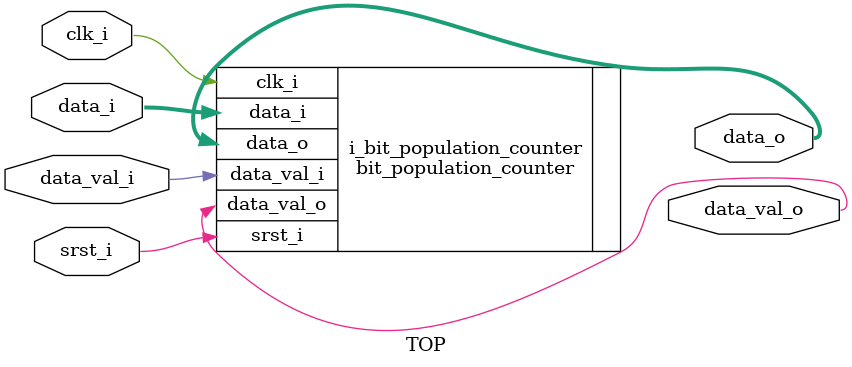
<source format=sv>
module TOP #(
	parameter WIDTH = 8
)(
	input  wire                    clk_i,
	input  wire                    srst_i,

	input  wire  [WIDTH - 1 : 0]   data_i,
	input  wire                    data_val_i,

	output logic [$clog2(WIDTH):0] data_o,
	output logic                   data_val_o
);


bit_population_counter #(
	.WIDTH      ( WIDTH      )
) i_bit_population_counter (
	.clk_i      ( clk_i      ),
	.srst_i     ( srst_i     ),
	.data_i     ( data_i     ),
	.data_val_i ( data_val_i ),
	.data_o     ( data_o     ),
	.data_val_o ( data_val_o )
);


endmodule

</source>
